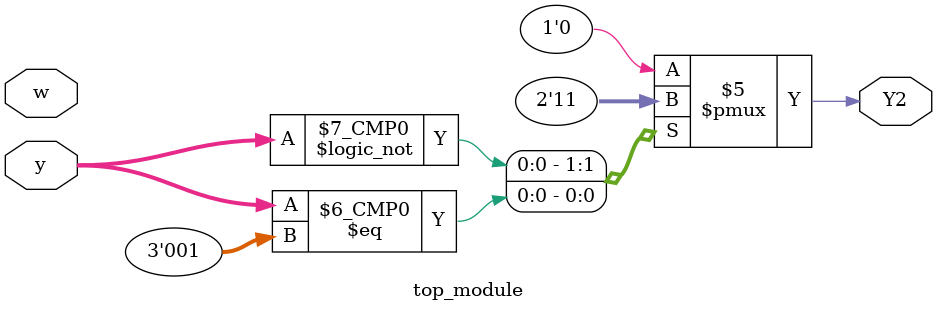
<source format=sv>
module top_module(
    input [3:1] y,
    input w,
    output reg Y2);

    // Define the states
    parameter A = 3'b000;
    parameter B = 3'b001;
    parameter C = 3'b010;
    parameter D = 3'b011;
    parameter E = 3'b100;
    parameter F = 3'b101;

    always @*
    begin
        case (y)
            A: Y2 = 1'b1;
            B: Y2 = 1'b1;
            C: Y2 = 1'b0;
            D: Y2 = 1'b0;
            default: Y2 = 1'b0;
        endcase
    end

endmodule

</source>
